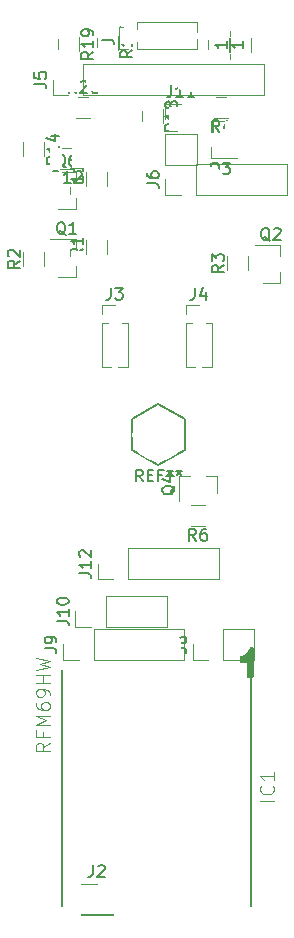
<source format=gto>
G04 #@! TF.FileFunction,Legend,Top*
%FSLAX46Y46*%
G04 Gerber Fmt 4.6, Leading zero omitted, Abs format (unit mm)*
G04 Created by KiCad (PCBNEW 4.0.7) date 06/01/18 18:40:32*
%MOMM*%
%LPD*%
G01*
G04 APERTURE LIST*
%ADD10C,0.100000*%
%ADD11C,0.150000*%
%ADD12C,0.120000*%
%ADD13C,0.200000*%
%ADD14C,0.381000*%
%ADD15C,0.050000*%
%ADD16C,4.400000*%
%ADD17R,2.100000X2.100000*%
%ADD18O,2.100000X2.100000*%
%ADD19R,1.400000X1.400000*%
%ADD20O,1.400000X1.400000*%
%ADD21R,1.300000X1.200000*%
%ADD22R,1.200000X1.300000*%
%ADD23R,1.700000X1.100000*%
%ADD24R,1.100000X1.700000*%
%ADD25R,1.450000X2.350000*%
G04 APERTURE END LIST*
D10*
D11*
X38250000Y-77598000D02*
X40500000Y-76299000D01*
X36000000Y-76299000D02*
X38250000Y-77598000D01*
X36000000Y-73701000D02*
X38250000Y-72402000D01*
X38250000Y-72402000D02*
X40500000Y-73701000D01*
X36000000Y-73701000D02*
X36000000Y-76299000D01*
X40500000Y-73701000D02*
X40500000Y-76299000D01*
D12*
X49110000Y-54698000D02*
X49110000Y-52038000D01*
X41430000Y-54698000D02*
X49110000Y-54698000D01*
X41430000Y-52038000D02*
X49110000Y-52038000D01*
X41430000Y-54698000D02*
X41430000Y-52038000D01*
X40160000Y-54698000D02*
X38830000Y-54698000D01*
X38830000Y-54698000D02*
X38830000Y-53368000D01*
X31718000Y-115653000D02*
X34378000Y-115653000D01*
X31718000Y-115593000D02*
X31718000Y-115653000D01*
X34378000Y-115593000D02*
X34378000Y-115653000D01*
X31718000Y-115593000D02*
X34378000Y-115593000D01*
X31718000Y-114323000D02*
X31718000Y-112993000D01*
X31718000Y-112993000D02*
X33048000Y-112993000D01*
X33462000Y-69303000D02*
X34264470Y-69303000D01*
X34879530Y-69303000D02*
X35682000Y-69303000D01*
X33462000Y-65558000D02*
X33462000Y-69303000D01*
X35682000Y-65558000D02*
X35682000Y-69303000D01*
X33462000Y-65558000D02*
X34008529Y-65558000D01*
X35135471Y-65558000D02*
X35682000Y-65558000D01*
X33462000Y-64798000D02*
X33462000Y-64038000D01*
X33462000Y-64038000D02*
X34572000Y-64038000D01*
X40574000Y-69303000D02*
X41376470Y-69303000D01*
X41991530Y-69303000D02*
X42794000Y-69303000D01*
X40574000Y-65558000D02*
X40574000Y-69303000D01*
X42794000Y-65558000D02*
X42794000Y-69303000D01*
X40574000Y-65558000D02*
X41120529Y-65558000D01*
X42247471Y-65558000D02*
X42794000Y-65558000D01*
X40574000Y-64798000D02*
X40574000Y-64038000D01*
X40574000Y-64038000D02*
X41684000Y-64038000D01*
X47200000Y-46260000D02*
X47200000Y-43600000D01*
X31900000Y-46260000D02*
X47200000Y-46260000D01*
X31900000Y-43600000D02*
X47200000Y-43600000D01*
X31900000Y-46260000D02*
X31900000Y-43600000D01*
X30630000Y-46260000D02*
X29300000Y-46260000D01*
X29300000Y-46260000D02*
X29300000Y-44930000D01*
X46370000Y-94080000D02*
X46370000Y-91420000D01*
X43770000Y-94080000D02*
X46370000Y-94080000D01*
X43770000Y-91420000D02*
X46370000Y-91420000D01*
X43770000Y-94080000D02*
X43770000Y-91420000D01*
X42500000Y-94080000D02*
X41170000Y-94080000D01*
X41170000Y-94080000D02*
X41170000Y-92750000D01*
X40450000Y-94080000D02*
X40450000Y-91420000D01*
X32770000Y-94080000D02*
X40450000Y-94080000D01*
X32770000Y-91420000D02*
X40450000Y-91420000D01*
X32770000Y-94080000D02*
X32770000Y-91420000D01*
X31500000Y-94080000D02*
X30170000Y-94080000D01*
X30170000Y-94080000D02*
X30170000Y-92750000D01*
X38950000Y-91274000D02*
X38950000Y-88614000D01*
X33810000Y-91274000D02*
X38950000Y-91274000D01*
X33810000Y-88614000D02*
X38950000Y-88614000D01*
X33810000Y-91274000D02*
X33810000Y-88614000D01*
X32540000Y-91274000D02*
X31210000Y-91274000D01*
X31210000Y-91274000D02*
X31210000Y-89944000D01*
X31252000Y-61618000D02*
X31252000Y-60688000D01*
X31252000Y-58458000D02*
X31252000Y-59388000D01*
X31252000Y-58458000D02*
X29092000Y-58458000D01*
X31252000Y-61618000D02*
X29792000Y-61618000D01*
X48556000Y-62126000D02*
X48556000Y-61196000D01*
X48556000Y-58966000D02*
X48556000Y-59896000D01*
X48556000Y-58966000D02*
X46396000Y-58966000D01*
X48556000Y-62126000D02*
X47096000Y-62126000D01*
X42740000Y-48420000D02*
X42740000Y-49350000D01*
X42740000Y-51580000D02*
X42740000Y-50650000D01*
X42740000Y-51580000D02*
X44900000Y-51580000D01*
X42740000Y-48420000D02*
X44200000Y-48420000D01*
X43200000Y-78460000D02*
X42270000Y-78460000D01*
X40040000Y-78460000D02*
X40970000Y-78460000D01*
X40040000Y-78460000D02*
X40040000Y-80620000D01*
X43200000Y-78460000D02*
X43200000Y-79920000D01*
X31252000Y-55898000D02*
X31252000Y-54968000D01*
X31252000Y-52738000D02*
X31252000Y-53668000D01*
X31252000Y-52738000D02*
X29092000Y-52738000D01*
X31252000Y-55898000D02*
X29792000Y-55898000D01*
X33928000Y-58483000D02*
X33928000Y-59683000D01*
X32168000Y-59683000D02*
X32168000Y-58483000D01*
X28594000Y-59499000D02*
X28594000Y-60699000D01*
X26834000Y-60699000D02*
X26834000Y-59499000D01*
X45866000Y-59880000D02*
X45866000Y-61080000D01*
X44106000Y-61080000D02*
X44106000Y-59880000D01*
X42989000Y-46392000D02*
X44189000Y-46392000D01*
X44189000Y-48152000D02*
X42989000Y-48152000D01*
X41000000Y-80980000D02*
X42200000Y-80980000D01*
X42200000Y-82740000D02*
X41000000Y-82740000D01*
X33928000Y-52768000D02*
X33928000Y-53968000D01*
X32168000Y-53968000D02*
X32168000Y-52768000D01*
X29908000Y-50710000D02*
X31108000Y-50710000D01*
X31108000Y-52470000D02*
X29908000Y-52470000D01*
X26834000Y-51428000D02*
X26834000Y-50228000D01*
X28594000Y-50228000D02*
X28594000Y-51428000D01*
X42455000Y-42604000D02*
X42455000Y-41404000D01*
X44215000Y-41404000D02*
X44215000Y-42604000D01*
X46120000Y-41404000D02*
X46120000Y-42604000D01*
X44360000Y-42604000D02*
X44360000Y-41404000D01*
X33057000Y-42411000D02*
X33057000Y-41211000D01*
X34817000Y-41211000D02*
X34817000Y-42411000D01*
X36867000Y-48634000D02*
X36867000Y-47434000D01*
X38627000Y-47434000D02*
X38627000Y-48634000D01*
X29755000Y-42538000D02*
X29755000Y-41338000D01*
X31515000Y-41338000D02*
X31515000Y-42538000D01*
D13*
X46112000Y-94880000D02*
X46112000Y-114880000D01*
X30112000Y-114880000D02*
X30112000Y-94880000D01*
D14*
G36*
X45312000Y-93161900D02*
X45312000Y-95380000D01*
X46080730Y-95380000D01*
X46080730Y-93161900D01*
X45312000Y-93161900D01*
G37*
X45312000Y-93161900D02*
X45312000Y-95380000D01*
X46080730Y-95380000D01*
X46080730Y-93161900D01*
X45312000Y-93161900D01*
D12*
X38830000Y-52158000D02*
X41490000Y-52158000D01*
X38830000Y-49558000D02*
X38830000Y-52158000D01*
X41490000Y-49558000D02*
X41490000Y-52158000D01*
X38830000Y-49558000D02*
X41490000Y-49558000D01*
X38830000Y-48288000D02*
X38830000Y-46958000D01*
X38830000Y-46958000D02*
X40160000Y-46958000D01*
X32505000Y-48152000D02*
X31305000Y-48152000D01*
X31305000Y-46392000D02*
X32505000Y-46392000D01*
X41485000Y-42310000D02*
X41485000Y-41507530D01*
X41485000Y-40892470D02*
X41485000Y-40090000D01*
X36470000Y-42310000D02*
X41485000Y-42310000D01*
X36470000Y-40090000D02*
X41485000Y-40090000D01*
X36470000Y-42310000D02*
X36470000Y-41763471D01*
X36470000Y-40636529D02*
X36470000Y-40090000D01*
X35710000Y-42310000D02*
X34950000Y-42310000D01*
X34950000Y-42310000D02*
X34950000Y-41200000D01*
X43390000Y-87230000D02*
X43390000Y-84570000D01*
X35710000Y-87230000D02*
X43390000Y-87230000D01*
X35710000Y-84570000D02*
X43390000Y-84570000D01*
X35710000Y-87230000D02*
X35710000Y-84570000D01*
X34440000Y-87230000D02*
X33110000Y-87230000D01*
X33110000Y-87230000D02*
X33110000Y-85900000D01*
D11*
X36916667Y-78952381D02*
X36583333Y-78476190D01*
X36345238Y-78952381D02*
X36345238Y-77952381D01*
X36726191Y-77952381D01*
X36821429Y-78000000D01*
X36869048Y-78047619D01*
X36916667Y-78142857D01*
X36916667Y-78285714D01*
X36869048Y-78380952D01*
X36821429Y-78428571D01*
X36726191Y-78476190D01*
X36345238Y-78476190D01*
X37345238Y-78428571D02*
X37678572Y-78428571D01*
X37821429Y-78952381D02*
X37345238Y-78952381D01*
X37345238Y-77952381D01*
X37821429Y-77952381D01*
X38583334Y-78428571D02*
X38250000Y-78428571D01*
X38250000Y-78952381D02*
X38250000Y-77952381D01*
X38726191Y-77952381D01*
X39250000Y-77952381D02*
X39250000Y-78190476D01*
X39011905Y-78095238D02*
X39250000Y-78190476D01*
X39488096Y-78095238D01*
X39107143Y-78380952D02*
X39250000Y-78190476D01*
X39392858Y-78380952D01*
X40011905Y-77952381D02*
X40011905Y-78190476D01*
X39773810Y-78095238D02*
X40011905Y-78190476D01*
X40250001Y-78095238D01*
X39869048Y-78380952D02*
X40011905Y-78190476D01*
X40154763Y-78380952D01*
X37282381Y-53701333D02*
X37996667Y-53701333D01*
X38139524Y-53748953D01*
X38234762Y-53844191D01*
X38282381Y-53987048D01*
X38282381Y-54082286D01*
X37282381Y-52796571D02*
X37282381Y-52987048D01*
X37330000Y-53082286D01*
X37377619Y-53129905D01*
X37520476Y-53225143D01*
X37710952Y-53272762D01*
X38091905Y-53272762D01*
X38187143Y-53225143D01*
X38234762Y-53177524D01*
X38282381Y-53082286D01*
X38282381Y-52891809D01*
X38234762Y-52796571D01*
X38187143Y-52748952D01*
X38091905Y-52701333D01*
X37853810Y-52701333D01*
X37758571Y-52748952D01*
X37710952Y-52796571D01*
X37663333Y-52891809D01*
X37663333Y-53082286D01*
X37710952Y-53177524D01*
X37758571Y-53225143D01*
X37853810Y-53272762D01*
X32714667Y-111445381D02*
X32714667Y-112159667D01*
X32667047Y-112302524D01*
X32571809Y-112397762D01*
X32428952Y-112445381D01*
X32333714Y-112445381D01*
X33143238Y-111540619D02*
X33190857Y-111493000D01*
X33286095Y-111445381D01*
X33524191Y-111445381D01*
X33619429Y-111493000D01*
X33667048Y-111540619D01*
X33714667Y-111635857D01*
X33714667Y-111731095D01*
X33667048Y-111873952D01*
X33095619Y-112445381D01*
X33714667Y-112445381D01*
X34238667Y-62555381D02*
X34238667Y-63269667D01*
X34191047Y-63412524D01*
X34095809Y-63507762D01*
X33952952Y-63555381D01*
X33857714Y-63555381D01*
X34619619Y-62555381D02*
X35238667Y-62555381D01*
X34905333Y-62936333D01*
X35048191Y-62936333D01*
X35143429Y-62983952D01*
X35191048Y-63031571D01*
X35238667Y-63126810D01*
X35238667Y-63364905D01*
X35191048Y-63460143D01*
X35143429Y-63507762D01*
X35048191Y-63555381D01*
X34762476Y-63555381D01*
X34667238Y-63507762D01*
X34619619Y-63460143D01*
X41350667Y-62555381D02*
X41350667Y-63269667D01*
X41303047Y-63412524D01*
X41207809Y-63507762D01*
X41064952Y-63555381D01*
X40969714Y-63555381D01*
X42255429Y-62888714D02*
X42255429Y-63555381D01*
X42017333Y-62507762D02*
X41779238Y-63222048D01*
X42398286Y-63222048D01*
X27752381Y-45263333D02*
X28466667Y-45263333D01*
X28609524Y-45310953D01*
X28704762Y-45406191D01*
X28752381Y-45549048D01*
X28752381Y-45644286D01*
X27752381Y-44310952D02*
X27752381Y-44787143D01*
X28228571Y-44834762D01*
X28180952Y-44787143D01*
X28133333Y-44691905D01*
X28133333Y-44453809D01*
X28180952Y-44358571D01*
X28228571Y-44310952D01*
X28323810Y-44263333D01*
X28561905Y-44263333D01*
X28657143Y-44310952D01*
X28704762Y-44358571D01*
X28752381Y-44453809D01*
X28752381Y-44691905D01*
X28704762Y-44787143D01*
X28657143Y-44834762D01*
X39622381Y-93083333D02*
X40336667Y-93083333D01*
X40479524Y-93130953D01*
X40574762Y-93226191D01*
X40622381Y-93369048D01*
X40622381Y-93464286D01*
X40050952Y-92464286D02*
X40003333Y-92559524D01*
X39955714Y-92607143D01*
X39860476Y-92654762D01*
X39812857Y-92654762D01*
X39717619Y-92607143D01*
X39670000Y-92559524D01*
X39622381Y-92464286D01*
X39622381Y-92273809D01*
X39670000Y-92178571D01*
X39717619Y-92130952D01*
X39812857Y-92083333D01*
X39860476Y-92083333D01*
X39955714Y-92130952D01*
X40003333Y-92178571D01*
X40050952Y-92273809D01*
X40050952Y-92464286D01*
X40098571Y-92559524D01*
X40146190Y-92607143D01*
X40241429Y-92654762D01*
X40431905Y-92654762D01*
X40527143Y-92607143D01*
X40574762Y-92559524D01*
X40622381Y-92464286D01*
X40622381Y-92273809D01*
X40574762Y-92178571D01*
X40527143Y-92130952D01*
X40431905Y-92083333D01*
X40241429Y-92083333D01*
X40146190Y-92130952D01*
X40098571Y-92178571D01*
X40050952Y-92273809D01*
X28622381Y-93083333D02*
X29336667Y-93083333D01*
X29479524Y-93130953D01*
X29574762Y-93226191D01*
X29622381Y-93369048D01*
X29622381Y-93464286D01*
X29622381Y-92559524D02*
X29622381Y-92369048D01*
X29574762Y-92273809D01*
X29527143Y-92226190D01*
X29384286Y-92130952D01*
X29193810Y-92083333D01*
X28812857Y-92083333D01*
X28717619Y-92130952D01*
X28670000Y-92178571D01*
X28622381Y-92273809D01*
X28622381Y-92464286D01*
X28670000Y-92559524D01*
X28717619Y-92607143D01*
X28812857Y-92654762D01*
X29050952Y-92654762D01*
X29146190Y-92607143D01*
X29193810Y-92559524D01*
X29241429Y-92464286D01*
X29241429Y-92273809D01*
X29193810Y-92178571D01*
X29146190Y-92130952D01*
X29050952Y-92083333D01*
X29662381Y-90753523D02*
X30376667Y-90753523D01*
X30519524Y-90801143D01*
X30614762Y-90896381D01*
X30662381Y-91039238D01*
X30662381Y-91134476D01*
X30662381Y-89753523D02*
X30662381Y-90324952D01*
X30662381Y-90039238D02*
X29662381Y-90039238D01*
X29805238Y-90134476D01*
X29900476Y-90229714D01*
X29948095Y-90324952D01*
X29662381Y-89134476D02*
X29662381Y-89039237D01*
X29710000Y-88943999D01*
X29757619Y-88896380D01*
X29852857Y-88848761D01*
X30043333Y-88801142D01*
X30281429Y-88801142D01*
X30471905Y-88848761D01*
X30567143Y-88896380D01*
X30614762Y-88943999D01*
X30662381Y-89039237D01*
X30662381Y-89134476D01*
X30614762Y-89229714D01*
X30567143Y-89277333D01*
X30471905Y-89324952D01*
X30281429Y-89372571D01*
X30043333Y-89372571D01*
X29852857Y-89324952D01*
X29757619Y-89277333D01*
X29710000Y-89229714D01*
X29662381Y-89134476D01*
X30396762Y-58085619D02*
X30301524Y-58038000D01*
X30206286Y-57942762D01*
X30063429Y-57799905D01*
X29968190Y-57752286D01*
X29872952Y-57752286D01*
X29920571Y-57990381D02*
X29825333Y-57942762D01*
X29730095Y-57847524D01*
X29682476Y-57657048D01*
X29682476Y-57323714D01*
X29730095Y-57133238D01*
X29825333Y-57038000D01*
X29920571Y-56990381D01*
X30111048Y-56990381D01*
X30206286Y-57038000D01*
X30301524Y-57133238D01*
X30349143Y-57323714D01*
X30349143Y-57657048D01*
X30301524Y-57847524D01*
X30206286Y-57942762D01*
X30111048Y-57990381D01*
X29920571Y-57990381D01*
X31301524Y-57990381D02*
X30730095Y-57990381D01*
X31015809Y-57990381D02*
X31015809Y-56990381D01*
X30920571Y-57133238D01*
X30825333Y-57228476D01*
X30730095Y-57276095D01*
X47700762Y-58593619D02*
X47605524Y-58546000D01*
X47510286Y-58450762D01*
X47367429Y-58307905D01*
X47272190Y-58260286D01*
X47176952Y-58260286D01*
X47224571Y-58498381D02*
X47129333Y-58450762D01*
X47034095Y-58355524D01*
X46986476Y-58165048D01*
X46986476Y-57831714D01*
X47034095Y-57641238D01*
X47129333Y-57546000D01*
X47224571Y-57498381D01*
X47415048Y-57498381D01*
X47510286Y-57546000D01*
X47605524Y-57641238D01*
X47653143Y-57831714D01*
X47653143Y-58165048D01*
X47605524Y-58355524D01*
X47510286Y-58450762D01*
X47415048Y-58498381D01*
X47224571Y-58498381D01*
X48034095Y-57593619D02*
X48081714Y-57546000D01*
X48176952Y-57498381D01*
X48415048Y-57498381D01*
X48510286Y-57546000D01*
X48557905Y-57593619D01*
X48605524Y-57688857D01*
X48605524Y-57784095D01*
X48557905Y-57926952D01*
X47986476Y-58498381D01*
X48605524Y-58498381D01*
X43404762Y-53047619D02*
X43309524Y-53000000D01*
X43214286Y-52904762D01*
X43071429Y-52761905D01*
X42976190Y-52714286D01*
X42880952Y-52714286D01*
X42928571Y-52952381D02*
X42833333Y-52904762D01*
X42738095Y-52809524D01*
X42690476Y-52619048D01*
X42690476Y-52285714D01*
X42738095Y-52095238D01*
X42833333Y-52000000D01*
X42928571Y-51952381D01*
X43119048Y-51952381D01*
X43214286Y-52000000D01*
X43309524Y-52095238D01*
X43357143Y-52285714D01*
X43357143Y-52619048D01*
X43309524Y-52809524D01*
X43214286Y-52904762D01*
X43119048Y-52952381D01*
X42928571Y-52952381D01*
X43690476Y-51952381D02*
X44309524Y-51952381D01*
X43976190Y-52333333D01*
X44119048Y-52333333D01*
X44214286Y-52380952D01*
X44261905Y-52428571D01*
X44309524Y-52523810D01*
X44309524Y-52761905D01*
X44261905Y-52857143D01*
X44214286Y-52904762D01*
X44119048Y-52952381D01*
X43833333Y-52952381D01*
X43738095Y-52904762D01*
X43690476Y-52857143D01*
X39667619Y-79315238D02*
X39620000Y-79410476D01*
X39524762Y-79505714D01*
X39381905Y-79648571D01*
X39334286Y-79743810D01*
X39334286Y-79839048D01*
X39572381Y-79791429D02*
X39524762Y-79886667D01*
X39429524Y-79981905D01*
X39239048Y-80029524D01*
X38905714Y-80029524D01*
X38715238Y-79981905D01*
X38620000Y-79886667D01*
X38572381Y-79791429D01*
X38572381Y-79600952D01*
X38620000Y-79505714D01*
X38715238Y-79410476D01*
X38905714Y-79362857D01*
X39239048Y-79362857D01*
X39429524Y-79410476D01*
X39524762Y-79505714D01*
X39572381Y-79600952D01*
X39572381Y-79791429D01*
X38905714Y-78505714D02*
X39572381Y-78505714D01*
X38524762Y-78743810D02*
X39239048Y-78981905D01*
X39239048Y-78362857D01*
X30396762Y-52365619D02*
X30301524Y-52318000D01*
X30206286Y-52222762D01*
X30063429Y-52079905D01*
X29968190Y-52032286D01*
X29872952Y-52032286D01*
X29920571Y-52270381D02*
X29825333Y-52222762D01*
X29730095Y-52127524D01*
X29682476Y-51937048D01*
X29682476Y-51603714D01*
X29730095Y-51413238D01*
X29825333Y-51318000D01*
X29920571Y-51270381D01*
X30111048Y-51270381D01*
X30206286Y-51318000D01*
X30301524Y-51413238D01*
X30349143Y-51603714D01*
X30349143Y-51937048D01*
X30301524Y-52127524D01*
X30206286Y-52222762D01*
X30111048Y-52270381D01*
X29920571Y-52270381D01*
X31206286Y-51270381D02*
X31015809Y-51270381D01*
X30920571Y-51318000D01*
X30872952Y-51365619D01*
X30777714Y-51508476D01*
X30730095Y-51698952D01*
X30730095Y-52079905D01*
X30777714Y-52175143D01*
X30825333Y-52222762D01*
X30920571Y-52270381D01*
X31111048Y-52270381D01*
X31206286Y-52222762D01*
X31253905Y-52175143D01*
X31301524Y-52079905D01*
X31301524Y-51841810D01*
X31253905Y-51746571D01*
X31206286Y-51698952D01*
X31111048Y-51651333D01*
X30920571Y-51651333D01*
X30825333Y-51698952D01*
X30777714Y-51746571D01*
X30730095Y-51841810D01*
X31850381Y-59249666D02*
X31374190Y-59583000D01*
X31850381Y-59821095D02*
X30850381Y-59821095D01*
X30850381Y-59440142D01*
X30898000Y-59344904D01*
X30945619Y-59297285D01*
X31040857Y-59249666D01*
X31183714Y-59249666D01*
X31278952Y-59297285D01*
X31326571Y-59344904D01*
X31374190Y-59440142D01*
X31374190Y-59821095D01*
X31850381Y-58297285D02*
X31850381Y-58868714D01*
X31850381Y-58583000D02*
X30850381Y-58583000D01*
X30993238Y-58678238D01*
X31088476Y-58773476D01*
X31136095Y-58868714D01*
X26516381Y-60265666D02*
X26040190Y-60599000D01*
X26516381Y-60837095D02*
X25516381Y-60837095D01*
X25516381Y-60456142D01*
X25564000Y-60360904D01*
X25611619Y-60313285D01*
X25706857Y-60265666D01*
X25849714Y-60265666D01*
X25944952Y-60313285D01*
X25992571Y-60360904D01*
X26040190Y-60456142D01*
X26040190Y-60837095D01*
X25611619Y-59884714D02*
X25564000Y-59837095D01*
X25516381Y-59741857D01*
X25516381Y-59503761D01*
X25564000Y-59408523D01*
X25611619Y-59360904D01*
X25706857Y-59313285D01*
X25802095Y-59313285D01*
X25944952Y-59360904D01*
X26516381Y-59932333D01*
X26516381Y-59313285D01*
X43788381Y-60646666D02*
X43312190Y-60980000D01*
X43788381Y-61218095D02*
X42788381Y-61218095D01*
X42788381Y-60837142D01*
X42836000Y-60741904D01*
X42883619Y-60694285D01*
X42978857Y-60646666D01*
X43121714Y-60646666D01*
X43216952Y-60694285D01*
X43264571Y-60741904D01*
X43312190Y-60837142D01*
X43312190Y-61218095D01*
X42788381Y-60313333D02*
X42788381Y-59694285D01*
X43169333Y-60027619D01*
X43169333Y-59884761D01*
X43216952Y-59789523D01*
X43264571Y-59741904D01*
X43359810Y-59694285D01*
X43597905Y-59694285D01*
X43693143Y-59741904D01*
X43740762Y-59789523D01*
X43788381Y-59884761D01*
X43788381Y-60170476D01*
X43740762Y-60265714D01*
X43693143Y-60313333D01*
X43422334Y-49374381D02*
X43089000Y-48898190D01*
X42850905Y-49374381D02*
X42850905Y-48374381D01*
X43231858Y-48374381D01*
X43327096Y-48422000D01*
X43374715Y-48469619D01*
X43422334Y-48564857D01*
X43422334Y-48707714D01*
X43374715Y-48802952D01*
X43327096Y-48850571D01*
X43231858Y-48898190D01*
X42850905Y-48898190D01*
X44279477Y-48707714D02*
X44279477Y-49374381D01*
X44041381Y-48326762D02*
X43803286Y-49041048D01*
X44422334Y-49041048D01*
X41433334Y-83962381D02*
X41100000Y-83486190D01*
X40861905Y-83962381D02*
X40861905Y-82962381D01*
X41242858Y-82962381D01*
X41338096Y-83010000D01*
X41385715Y-83057619D01*
X41433334Y-83152857D01*
X41433334Y-83295714D01*
X41385715Y-83390952D01*
X41338096Y-83438571D01*
X41242858Y-83486190D01*
X40861905Y-83486190D01*
X42290477Y-82962381D02*
X42100000Y-82962381D01*
X42004762Y-83010000D01*
X41957143Y-83057619D01*
X41861905Y-83200476D01*
X41814286Y-83390952D01*
X41814286Y-83771905D01*
X41861905Y-83867143D01*
X41909524Y-83914762D01*
X42004762Y-83962381D01*
X42195239Y-83962381D01*
X42290477Y-83914762D01*
X42338096Y-83867143D01*
X42385715Y-83771905D01*
X42385715Y-83533810D01*
X42338096Y-83438571D01*
X42290477Y-83390952D01*
X42195239Y-83343333D01*
X42004762Y-83343333D01*
X41909524Y-83390952D01*
X41861905Y-83438571D01*
X41814286Y-83533810D01*
X31850381Y-54010857D02*
X31374190Y-54344191D01*
X31850381Y-54582286D02*
X30850381Y-54582286D01*
X30850381Y-54201333D01*
X30898000Y-54106095D01*
X30945619Y-54058476D01*
X31040857Y-54010857D01*
X31183714Y-54010857D01*
X31278952Y-54058476D01*
X31326571Y-54106095D01*
X31374190Y-54201333D01*
X31374190Y-54582286D01*
X31850381Y-53058476D02*
X31850381Y-53629905D01*
X31850381Y-53344191D02*
X30850381Y-53344191D01*
X30993238Y-53439429D01*
X31088476Y-53534667D01*
X31136095Y-53629905D01*
X31850381Y-52106095D02*
X31850381Y-52677524D01*
X31850381Y-52391810D02*
X30850381Y-52391810D01*
X30993238Y-52487048D01*
X31088476Y-52582286D01*
X31136095Y-52677524D01*
X29865143Y-53692381D02*
X29531809Y-53216190D01*
X29293714Y-53692381D02*
X29293714Y-52692381D01*
X29674667Y-52692381D01*
X29769905Y-52740000D01*
X29817524Y-52787619D01*
X29865143Y-52882857D01*
X29865143Y-53025714D01*
X29817524Y-53120952D01*
X29769905Y-53168571D01*
X29674667Y-53216190D01*
X29293714Y-53216190D01*
X30817524Y-53692381D02*
X30246095Y-53692381D01*
X30531809Y-53692381D02*
X30531809Y-52692381D01*
X30436571Y-52835238D01*
X30341333Y-52930476D01*
X30246095Y-52978095D01*
X31198476Y-52787619D02*
X31246095Y-52740000D01*
X31341333Y-52692381D01*
X31579429Y-52692381D01*
X31674667Y-52740000D01*
X31722286Y-52787619D01*
X31769905Y-52882857D01*
X31769905Y-52978095D01*
X31722286Y-53120952D01*
X31150857Y-53692381D01*
X31769905Y-53692381D01*
X29816381Y-51470857D02*
X29340190Y-51804191D01*
X29816381Y-52042286D02*
X28816381Y-52042286D01*
X28816381Y-51661333D01*
X28864000Y-51566095D01*
X28911619Y-51518476D01*
X29006857Y-51470857D01*
X29149714Y-51470857D01*
X29244952Y-51518476D01*
X29292571Y-51566095D01*
X29340190Y-51661333D01*
X29340190Y-52042286D01*
X29816381Y-50518476D02*
X29816381Y-51089905D01*
X29816381Y-50804191D02*
X28816381Y-50804191D01*
X28959238Y-50899429D01*
X29054476Y-50994667D01*
X29102095Y-51089905D01*
X29149714Y-49661333D02*
X29816381Y-49661333D01*
X28768762Y-49899429D02*
X29483048Y-50137524D01*
X29483048Y-49518476D01*
X45437381Y-42646857D02*
X44961190Y-42980191D01*
X45437381Y-43218286D02*
X44437381Y-43218286D01*
X44437381Y-42837333D01*
X44485000Y-42742095D01*
X44532619Y-42694476D01*
X44627857Y-42646857D01*
X44770714Y-42646857D01*
X44865952Y-42694476D01*
X44913571Y-42742095D01*
X44961190Y-42837333D01*
X44961190Y-43218286D01*
X45437381Y-41694476D02*
X45437381Y-42265905D01*
X45437381Y-41980191D02*
X44437381Y-41980191D01*
X44580238Y-42075429D01*
X44675476Y-42170667D01*
X44723095Y-42265905D01*
X44437381Y-40789714D02*
X44437381Y-41265905D01*
X44913571Y-41313524D01*
X44865952Y-41265905D01*
X44818333Y-41170667D01*
X44818333Y-40932571D01*
X44865952Y-40837333D01*
X44913571Y-40789714D01*
X45008810Y-40742095D01*
X45246905Y-40742095D01*
X45342143Y-40789714D01*
X45389762Y-40837333D01*
X45437381Y-40932571D01*
X45437381Y-41170667D01*
X45389762Y-41265905D01*
X45342143Y-41313524D01*
X44042381Y-42646857D02*
X43566190Y-42980191D01*
X44042381Y-43218286D02*
X43042381Y-43218286D01*
X43042381Y-42837333D01*
X43090000Y-42742095D01*
X43137619Y-42694476D01*
X43232857Y-42646857D01*
X43375714Y-42646857D01*
X43470952Y-42694476D01*
X43518571Y-42742095D01*
X43566190Y-42837333D01*
X43566190Y-43218286D01*
X44042381Y-41694476D02*
X44042381Y-42265905D01*
X44042381Y-41980191D02*
X43042381Y-41980191D01*
X43185238Y-42075429D01*
X43280476Y-42170667D01*
X43328095Y-42265905D01*
X43042381Y-40837333D02*
X43042381Y-41027810D01*
X43090000Y-41123048D01*
X43137619Y-41170667D01*
X43280476Y-41265905D01*
X43470952Y-41313524D01*
X43851905Y-41313524D01*
X43947143Y-41265905D01*
X43994762Y-41218286D01*
X44042381Y-41123048D01*
X44042381Y-40932571D01*
X43994762Y-40837333D01*
X43947143Y-40789714D01*
X43851905Y-40742095D01*
X43613810Y-40742095D01*
X43518571Y-40789714D01*
X43470952Y-40837333D01*
X43423333Y-40932571D01*
X43423333Y-41123048D01*
X43470952Y-41218286D01*
X43518571Y-41265905D01*
X43613810Y-41313524D01*
X36039381Y-42453857D02*
X35563190Y-42787191D01*
X36039381Y-43025286D02*
X35039381Y-43025286D01*
X35039381Y-42644333D01*
X35087000Y-42549095D01*
X35134619Y-42501476D01*
X35229857Y-42453857D01*
X35372714Y-42453857D01*
X35467952Y-42501476D01*
X35515571Y-42549095D01*
X35563190Y-42644333D01*
X35563190Y-43025286D01*
X36039381Y-41501476D02*
X36039381Y-42072905D01*
X36039381Y-41787191D02*
X35039381Y-41787191D01*
X35182238Y-41882429D01*
X35277476Y-41977667D01*
X35325095Y-42072905D01*
X35039381Y-41168143D02*
X35039381Y-40501476D01*
X36039381Y-40930048D01*
X39849381Y-48676857D02*
X39373190Y-49010191D01*
X39849381Y-49248286D02*
X38849381Y-49248286D01*
X38849381Y-48867333D01*
X38897000Y-48772095D01*
X38944619Y-48724476D01*
X39039857Y-48676857D01*
X39182714Y-48676857D01*
X39277952Y-48724476D01*
X39325571Y-48772095D01*
X39373190Y-48867333D01*
X39373190Y-49248286D01*
X39849381Y-47724476D02*
X39849381Y-48295905D01*
X39849381Y-48010191D02*
X38849381Y-48010191D01*
X38992238Y-48105429D01*
X39087476Y-48200667D01*
X39135095Y-48295905D01*
X39277952Y-47153048D02*
X39230333Y-47248286D01*
X39182714Y-47295905D01*
X39087476Y-47343524D01*
X39039857Y-47343524D01*
X38944619Y-47295905D01*
X38897000Y-47248286D01*
X38849381Y-47153048D01*
X38849381Y-46962571D01*
X38897000Y-46867333D01*
X38944619Y-46819714D01*
X39039857Y-46772095D01*
X39087476Y-46772095D01*
X39182714Y-46819714D01*
X39230333Y-46867333D01*
X39277952Y-46962571D01*
X39277952Y-47153048D01*
X39325571Y-47248286D01*
X39373190Y-47295905D01*
X39468429Y-47343524D01*
X39658905Y-47343524D01*
X39754143Y-47295905D01*
X39801762Y-47248286D01*
X39849381Y-47153048D01*
X39849381Y-46962571D01*
X39801762Y-46867333D01*
X39754143Y-46819714D01*
X39658905Y-46772095D01*
X39468429Y-46772095D01*
X39373190Y-46819714D01*
X39325571Y-46867333D01*
X39277952Y-46962571D01*
X32737381Y-42580857D02*
X32261190Y-42914191D01*
X32737381Y-43152286D02*
X31737381Y-43152286D01*
X31737381Y-42771333D01*
X31785000Y-42676095D01*
X31832619Y-42628476D01*
X31927857Y-42580857D01*
X32070714Y-42580857D01*
X32165952Y-42628476D01*
X32213571Y-42676095D01*
X32261190Y-42771333D01*
X32261190Y-43152286D01*
X32737381Y-41628476D02*
X32737381Y-42199905D01*
X32737381Y-41914191D02*
X31737381Y-41914191D01*
X31880238Y-42009429D01*
X31975476Y-42104667D01*
X32023095Y-42199905D01*
X32737381Y-41152286D02*
X32737381Y-40961810D01*
X32689762Y-40866571D01*
X32642143Y-40818952D01*
X32499286Y-40723714D01*
X32308810Y-40676095D01*
X31927857Y-40676095D01*
X31832619Y-40723714D01*
X31785000Y-40771333D01*
X31737381Y-40866571D01*
X31737381Y-41057048D01*
X31785000Y-41152286D01*
X31832619Y-41199905D01*
X31927857Y-41247524D01*
X32165952Y-41247524D01*
X32261190Y-41199905D01*
X32308810Y-41152286D01*
X32356429Y-41057048D01*
X32356429Y-40866571D01*
X32308810Y-40771333D01*
X32261190Y-40723714D01*
X32165952Y-40676095D01*
D15*
X48060629Y-105969831D02*
X46858259Y-105969831D01*
X47946118Y-104710206D02*
X48003374Y-104767462D01*
X48060629Y-104939229D01*
X48060629Y-105053740D01*
X48003374Y-105225507D01*
X47888862Y-105340019D01*
X47774351Y-105397274D01*
X47545328Y-105454530D01*
X47373561Y-105454530D01*
X47144538Y-105397274D01*
X47030026Y-105340019D01*
X46915515Y-105225507D01*
X46858259Y-105053740D01*
X46858259Y-104939229D01*
X46915515Y-104767462D01*
X46972771Y-104710206D01*
X48060629Y-103565092D02*
X48060629Y-104252160D01*
X48060629Y-103908626D02*
X46858259Y-103908626D01*
X47030026Y-104023137D01*
X47144538Y-104137649D01*
X47201794Y-104252160D01*
X29072628Y-101083091D02*
X28515756Y-101472901D01*
X29072628Y-101751336D02*
X27903198Y-101751336D01*
X27903198Y-101305839D01*
X27958885Y-101194465D01*
X28014572Y-101138778D01*
X28125946Y-101083091D01*
X28293008Y-101083091D01*
X28404382Y-101138778D01*
X28460069Y-101194465D01*
X28515756Y-101305839D01*
X28515756Y-101751336D01*
X28460069Y-100192096D02*
X28460069Y-100581906D01*
X29072628Y-100581906D02*
X27903198Y-100581906D01*
X27903198Y-100025035D01*
X29072628Y-99579537D02*
X27903198Y-99579537D01*
X28738505Y-99189727D01*
X27903198Y-98799917D01*
X29072628Y-98799917D01*
X27903198Y-97741862D02*
X27903198Y-97964611D01*
X27958885Y-98075985D01*
X28014572Y-98131672D01*
X28181634Y-98243046D01*
X28404382Y-98298733D01*
X28849879Y-98298733D01*
X28961254Y-98243046D01*
X29016941Y-98187359D01*
X29072628Y-98075985D01*
X29072628Y-97853236D01*
X29016941Y-97741862D01*
X28961254Y-97686175D01*
X28849879Y-97630488D01*
X28571444Y-97630488D01*
X28460069Y-97686175D01*
X28404382Y-97741862D01*
X28348695Y-97853236D01*
X28348695Y-98075985D01*
X28404382Y-98187359D01*
X28460069Y-98243046D01*
X28571444Y-98298733D01*
X29072628Y-97073616D02*
X29072628Y-96850868D01*
X29016941Y-96739493D01*
X28961254Y-96683806D01*
X28794192Y-96572432D01*
X28571444Y-96516745D01*
X28125946Y-96516745D01*
X28014572Y-96572432D01*
X27958885Y-96628119D01*
X27903198Y-96739493D01*
X27903198Y-96962242D01*
X27958885Y-97073616D01*
X28014572Y-97129303D01*
X28125946Y-97184990D01*
X28404382Y-97184990D01*
X28515756Y-97129303D01*
X28571444Y-97073616D01*
X28627131Y-96962242D01*
X28627131Y-96739493D01*
X28571444Y-96628119D01*
X28515756Y-96572432D01*
X28404382Y-96516745D01*
X29072628Y-96015560D02*
X27903198Y-96015560D01*
X28460069Y-96015560D02*
X28460069Y-95347315D01*
X29072628Y-95347315D02*
X27903198Y-95347315D01*
X27903198Y-94901818D02*
X29072628Y-94623382D01*
X28237321Y-94400633D01*
X29072628Y-94177885D01*
X27903198Y-93899449D01*
D11*
X39350477Y-45410381D02*
X39350477Y-46124667D01*
X39302857Y-46267524D01*
X39207619Y-46362762D01*
X39064762Y-46410381D01*
X38969524Y-46410381D01*
X40350477Y-46410381D02*
X39779048Y-46410381D01*
X40064762Y-46410381D02*
X40064762Y-45410381D01*
X39969524Y-45553238D01*
X39874286Y-45648476D01*
X39779048Y-45696095D01*
X41302858Y-46410381D02*
X40731429Y-46410381D01*
X41017143Y-46410381D02*
X41017143Y-45410381D01*
X40921905Y-45553238D01*
X40826667Y-45648476D01*
X40731429Y-45696095D01*
X31262143Y-46074381D02*
X30928809Y-45598190D01*
X30690714Y-46074381D02*
X30690714Y-45074381D01*
X31071667Y-45074381D01*
X31166905Y-45122000D01*
X31214524Y-45169619D01*
X31262143Y-45264857D01*
X31262143Y-45407714D01*
X31214524Y-45502952D01*
X31166905Y-45550571D01*
X31071667Y-45598190D01*
X30690714Y-45598190D01*
X31643095Y-45169619D02*
X31690714Y-45122000D01*
X31785952Y-45074381D01*
X32024048Y-45074381D01*
X32119286Y-45122000D01*
X32166905Y-45169619D01*
X32214524Y-45264857D01*
X32214524Y-45360095D01*
X32166905Y-45502952D01*
X31595476Y-46074381D01*
X32214524Y-46074381D01*
X32833571Y-45074381D02*
X32928810Y-45074381D01*
X33024048Y-45122000D01*
X33071667Y-45169619D01*
X33119286Y-45264857D01*
X33166905Y-45455333D01*
X33166905Y-45693429D01*
X33119286Y-45883905D01*
X33071667Y-45979143D01*
X33024048Y-46026762D01*
X32928810Y-46074381D01*
X32833571Y-46074381D01*
X32738333Y-46026762D01*
X32690714Y-45979143D01*
X32643095Y-45883905D01*
X32595476Y-45693429D01*
X32595476Y-45455333D01*
X32643095Y-45264857D01*
X32690714Y-45169619D01*
X32738333Y-45122000D01*
X32833571Y-45074381D01*
X33467381Y-41533333D02*
X34181667Y-41533333D01*
X34324524Y-41580953D01*
X34419762Y-41676191D01*
X34467381Y-41819048D01*
X34467381Y-41914286D01*
X33467381Y-41152381D02*
X33467381Y-40485714D01*
X34467381Y-40914286D01*
X31562381Y-86709523D02*
X32276667Y-86709523D01*
X32419524Y-86757143D01*
X32514762Y-86852381D01*
X32562381Y-86995238D01*
X32562381Y-87090476D01*
X32562381Y-85709523D02*
X32562381Y-86280952D01*
X32562381Y-85995238D02*
X31562381Y-85995238D01*
X31705238Y-86090476D01*
X31800476Y-86185714D01*
X31848095Y-86280952D01*
X31657619Y-85328571D02*
X31610000Y-85280952D01*
X31562381Y-85185714D01*
X31562381Y-84947618D01*
X31610000Y-84852380D01*
X31657619Y-84804761D01*
X31752857Y-84757142D01*
X31848095Y-84757142D01*
X31990952Y-84804761D01*
X32562381Y-85376190D01*
X32562381Y-84757142D01*
%LPC*%
D16*
X38250000Y-75000000D03*
D17*
X40160000Y-53368000D03*
D18*
X42700000Y-53368000D03*
X45240000Y-53368000D03*
X47780000Y-53368000D03*
D19*
X45770000Y-32100000D03*
D20*
X45770000Y-30830000D03*
X44500000Y-32100000D03*
X44500000Y-30830000D03*
X43230000Y-32100000D03*
X43230000Y-30830000D03*
X41960000Y-32100000D03*
X41960000Y-30830000D03*
X40690000Y-32100000D03*
X40690000Y-30830000D03*
X39420000Y-32100000D03*
X39420000Y-30830000D03*
X38150000Y-32100000D03*
X38150000Y-30830000D03*
X36880000Y-32100000D03*
X36880000Y-30830000D03*
X35610000Y-32100000D03*
X35610000Y-30830000D03*
X34340000Y-32100000D03*
X34340000Y-30830000D03*
X33070000Y-32100000D03*
X33070000Y-30830000D03*
X31800000Y-32100000D03*
X31800000Y-30830000D03*
X30530000Y-32100000D03*
X30530000Y-30830000D03*
D17*
X33048000Y-114323000D03*
D19*
X34572000Y-64798000D03*
D20*
X34572000Y-66068000D03*
X34572000Y-67338000D03*
X34572000Y-68608000D03*
D19*
X41684000Y-64798000D03*
D20*
X41684000Y-66068000D03*
X41684000Y-67338000D03*
X41684000Y-68608000D03*
D17*
X30630000Y-44930000D03*
D18*
X33170000Y-44930000D03*
X35710000Y-44930000D03*
X38250000Y-44930000D03*
X40790000Y-44930000D03*
X43330000Y-44930000D03*
X45870000Y-44930000D03*
D17*
X42500000Y-92750000D03*
D18*
X45040000Y-92750000D03*
D17*
X31500000Y-92750000D03*
D18*
X34040000Y-92750000D03*
X36580000Y-92750000D03*
X39120000Y-92750000D03*
D17*
X32540000Y-89944000D03*
D18*
X35080000Y-89944000D03*
X37620000Y-89944000D03*
D21*
X29492000Y-59088000D03*
X29492000Y-60988000D03*
X31492000Y-60038000D03*
X46796000Y-59596000D03*
X46796000Y-61496000D03*
X48796000Y-60546000D03*
X44500000Y-50950000D03*
X44500000Y-49050000D03*
X42500000Y-50000000D03*
D22*
X40670000Y-80220000D03*
X42570000Y-80220000D03*
X41620000Y-78220000D03*
D21*
X29492000Y-53368000D03*
X29492000Y-55268000D03*
X31492000Y-54318000D03*
D23*
X33048000Y-60033000D03*
X33048000Y-58133000D03*
X27714000Y-61049000D03*
X27714000Y-59149000D03*
X44986000Y-61430000D03*
X44986000Y-59530000D03*
D24*
X44539000Y-47272000D03*
X42639000Y-47272000D03*
X42550000Y-81860000D03*
X40650000Y-81860000D03*
D23*
X33048000Y-54318000D03*
X33048000Y-52418000D03*
D24*
X31458000Y-51590000D03*
X29558000Y-51590000D03*
D23*
X27714000Y-49878000D03*
X27714000Y-51778000D03*
X43335000Y-41054000D03*
X43335000Y-42954000D03*
X45240000Y-42954000D03*
X45240000Y-41054000D03*
X33937000Y-40861000D03*
X33937000Y-42761000D03*
X37747000Y-47084000D03*
X37747000Y-48984000D03*
X30635000Y-40988000D03*
X30635000Y-42888000D03*
D25*
X45112000Y-95480000D03*
X43112000Y-95480000D03*
X41112000Y-95480000D03*
X39112000Y-95480000D03*
X37112000Y-95480000D03*
X35112000Y-95480000D03*
X33112000Y-95480000D03*
X31112000Y-95480000D03*
X31112000Y-114280000D03*
X33112000Y-114280000D03*
X35112000Y-114280000D03*
X37112000Y-114280000D03*
X39112000Y-114280000D03*
X41112000Y-114280000D03*
X43112000Y-114280000D03*
X45112000Y-114280000D03*
D17*
X40160000Y-48288000D03*
D18*
X40160000Y-50828000D03*
D24*
X30955000Y-47272000D03*
X32855000Y-47272000D03*
D19*
X35710000Y-41200000D03*
D20*
X36980000Y-41200000D03*
X38250000Y-41200000D03*
X39520000Y-41200000D03*
X40790000Y-41200000D03*
D17*
X34440000Y-85900000D03*
D18*
X36980000Y-85900000D03*
X39520000Y-85900000D03*
X42060000Y-85900000D03*
D17*
X34040000Y-105350000D03*
D18*
X36580000Y-105350000D03*
X39120000Y-105350000D03*
X41660000Y-105350000D03*
M02*

</source>
